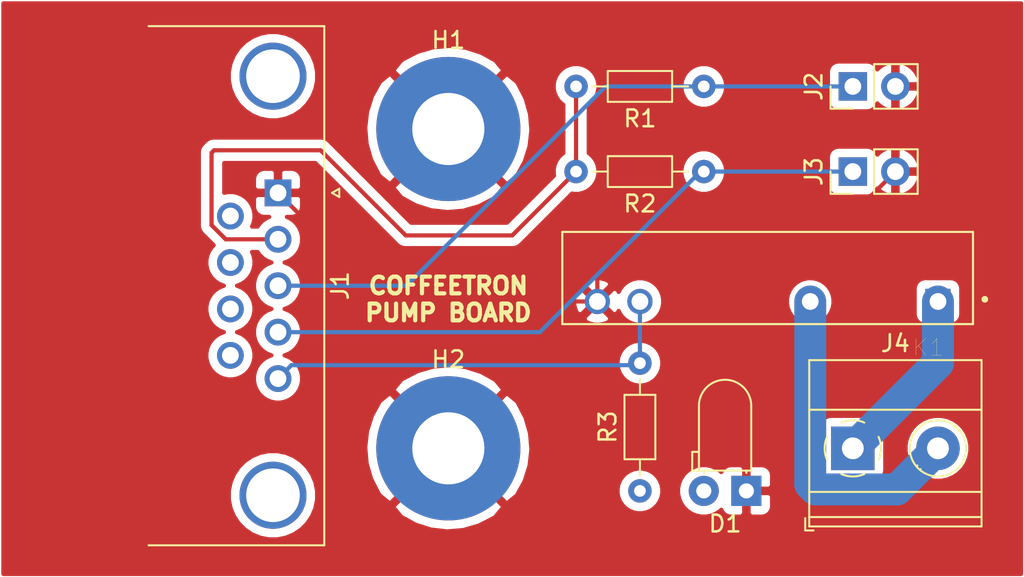
<source format=kicad_pcb>
(kicad_pcb (version 20171130) (host pcbnew "(5.1.9)-1")

  (general
    (thickness 1.6)
    (drawings 5)
    (tracks 46)
    (zones 0)
    (modules 11)
    (nets 13)
  )

  (page A4)
  (layers
    (0 F.Cu signal)
    (31 B.Cu signal hide)
    (32 B.Adhes user)
    (33 F.Adhes user)
    (34 B.Paste user)
    (35 F.Paste user)
    (36 B.SilkS user)
    (37 F.SilkS user)
    (38 B.Mask user)
    (39 F.Mask user)
    (40 Dwgs.User user)
    (41 Cmts.User user)
    (42 Eco1.User user)
    (43 Eco2.User user)
    (44 Edge.Cuts user)
    (45 Margin user)
    (46 B.CrtYd user)
    (47 F.CrtYd user)
    (48 B.Fab user)
    (49 F.Fab user)
  )

  (setup
    (last_trace_width 0.25)
    (user_trace_width 1.905)
    (trace_clearance 0.2)
    (zone_clearance 0.508)
    (zone_45_only no)
    (trace_min 0.2)
    (via_size 0.8)
    (via_drill 0.4)
    (via_min_size 0.4)
    (via_min_drill 0.3)
    (uvia_size 0.3)
    (uvia_drill 0.1)
    (uvias_allowed no)
    (uvia_min_size 0.2)
    (uvia_min_drill 0.1)
    (edge_width 0.05)
    (segment_width 0.2)
    (pcb_text_width 0.3)
    (pcb_text_size 1.5 1.5)
    (mod_edge_width 0.12)
    (mod_text_size 1 1)
    (mod_text_width 0.15)
    (pad_size 1.524 1.524)
    (pad_drill 0.762)
    (pad_to_mask_clearance 0)
    (aux_axis_origin 0 0)
    (visible_elements 7FFFFFFF)
    (pcbplotparams
      (layerselection 0x010fc_ffffffff)
      (usegerberextensions false)
      (usegerberattributes true)
      (usegerberadvancedattributes true)
      (creategerberjobfile true)
      (excludeedgelayer true)
      (linewidth 0.100000)
      (plotframeref false)
      (viasonmask false)
      (mode 1)
      (useauxorigin false)
      (hpglpennumber 1)
      (hpglpenspeed 20)
      (hpglpendiameter 15.000000)
      (psnegative false)
      (psa4output false)
      (plotreference true)
      (plotvalue true)
      (plotinvisibletext false)
      (padsonsilk false)
      (subtractmaskfromsilk false)
      (outputformat 1)
      (mirror false)
      (drillshape 1)
      (scaleselection 1)
      (outputdirectory ""))
  )

  (net 0 "")
  (net 1 "Net-(J1-Pad4)")
  (net 2 "Net-(J1-Pad3)")
  (net 3 "Net-(J1-Pad2)")
  (net 4 "Net-(J4-Pad2)")
  (net 5 "Net-(J4-Pad1)")
  (net 6 "Net-(D1-Pad2)")
  (net 7 "Net-(J1-Pad5)")
  (net 8 "Net-(J1-Pad9)")
  (net 9 "Net-(J1-Pad8)")
  (net 10 "Net-(J1-Pad7)")
  (net 11 "Net-(J1-Pad6)")
  (net 12 GND)

  (net_class Default "This is the default net class."
    (clearance 0.2)
    (trace_width 0.25)
    (via_dia 0.8)
    (via_drill 0.4)
    (uvia_dia 0.3)
    (uvia_drill 0.1)
    (add_net GND)
    (add_net "Net-(D1-Pad2)")
    (add_net "Net-(J1-Pad2)")
    (add_net "Net-(J1-Pad3)")
    (add_net "Net-(J1-Pad4)")
    (add_net "Net-(J1-Pad5)")
    (add_net "Net-(J1-Pad6)")
    (add_net "Net-(J1-Pad7)")
    (add_net "Net-(J1-Pad8)")
    (add_net "Net-(J1-Pad9)")
    (add_net "Net-(J4-Pad1)")
    (add_net "Net-(J4-Pad2)")
  )

  (module MountingHole:MountingHole_4.3mm_M4_Pad (layer F.Cu) (tedit 56D1B4CB) (tstamp 603CB171)
    (at 100.33 123.19)
    (descr "Mounting Hole 4.3mm, M4")
    (tags "mounting hole 4.3mm m4")
    (path /604388E9)
    (attr virtual)
    (fp_text reference H2 (at 0 -5.3) (layer F.SilkS)
      (effects (font (size 1 1) (thickness 0.15)))
    )
    (fp_text value MountingHole_Pad (at 0 5.3) (layer F.Fab)
      (effects (font (size 1 1) (thickness 0.15)))
    )
    (fp_text user %R (at 0.3 0) (layer F.Fab)
      (effects (font (size 1 1) (thickness 0.15)))
    )
    (fp_circle (center 0 0) (end 4.3 0) (layer Cmts.User) (width 0.15))
    (fp_circle (center 0 0) (end 4.55 0) (layer F.CrtYd) (width 0.05))
    (pad 1 thru_hole circle (at 0 0) (size 8.6 8.6) (drill 4.3) (layers *.Cu *.Mask)
      (net 12 GND))
  )

  (module MountingHole:MountingHole_4.3mm_M4_Pad (layer F.Cu) (tedit 56D1B4CB) (tstamp 603CB169)
    (at 100.33 104.14)
    (descr "Mounting Hole 4.3mm, M4")
    (tags "mounting hole 4.3mm m4")
    (path /604393E9)
    (attr virtual)
    (fp_text reference H1 (at 0 -5.3) (layer F.SilkS)
      (effects (font (size 1 1) (thickness 0.15)))
    )
    (fp_text value MountingHole_Pad (at 0 5.3) (layer F.Fab)
      (effects (font (size 1 1) (thickness 0.15)))
    )
    (fp_text user %R (at 0.3 0) (layer F.Fab)
      (effects (font (size 1 1) (thickness 0.15)))
    )
    (fp_circle (center 0 0) (end 4.3 0) (layer Cmts.User) (width 0.15))
    (fp_circle (center 0 0) (end 4.55 0) (layer F.CrtYd) (width 0.05))
    (pad 1 thru_hole circle (at 0 0) (size 8.6 8.6) (drill 4.3) (layers *.Cu *.Mask)
      (net 12 GND))
  )

  (module "SnapEDA Library:RELAY_G3MB202PDC12" (layer F.Cu) (tedit 603AFDD8) (tstamp 603BA1A5)
    (at 119.38 113.03 180)
    (path /603E237A)
    (fp_text reference K1 (at -9.588675 -4.140905) (layer F.SilkS)
      (effects (font (size 1.001425 1.001425) (thickness 0.015)))
    )
    (fp_text value G3MC202PDC24 (at -1.32408 4.12759) (layer F.Fab)
      (effects (font (size 1.003055 1.003055) (thickness 0.015)))
    )
    (fp_circle (center -11.43 -1.27) (end -11.33 -1.27) (layer F.Fab) (width 0.2))
    (fp_line (start 12.25 2.75) (end 12.25 -2.75) (layer F.Fab) (width 0.127))
    (fp_line (start -12.25 2.75) (end 12.25 2.75) (layer F.Fab) (width 0.127))
    (fp_line (start -12.25 -2.75) (end -12.25 2.75) (layer F.Fab) (width 0.127))
    (fp_line (start 12.25 -2.75) (end -12.25 -2.75) (layer F.Fab) (width 0.127))
    (fp_circle (center -12.954 -1.27) (end -12.854 -1.27) (layer F.SilkS) (width 0.2))
    (fp_line (start 12.5 -3) (end 12.5 3) (layer F.CrtYd) (width 0.05))
    (fp_line (start -12.5 -3) (end 12.5 -3) (layer F.CrtYd) (width 0.05))
    (fp_line (start -12.5 3) (end -12.5 -3) (layer F.CrtYd) (width 0.05))
    (fp_line (start 12.5 3) (end -12.5 3) (layer F.CrtYd) (width 0.05))
    (fp_line (start 12.25 2.75) (end 12.25 -2.75) (layer F.SilkS) (width 0.127))
    (fp_line (start -12.25 2.75) (end 12.25 2.75) (layer F.SilkS) (width 0.127))
    (fp_line (start -12.25 -2.75) (end -12.25 2.75) (layer F.SilkS) (width 0.127))
    (fp_line (start 12.25 -2.75) (end -12.25 -2.75) (layer F.SilkS) (width 0.127))
    (pad 1 thru_hole rect (at -10.16 -1.4 180) (size 1.508 1.508) (drill 1) (layers *.Cu *.Mask)
      (net 5 "Net-(J4-Pad1)"))
    (pad 2 thru_hole circle (at -2.54 -1.4 180) (size 1.508 1.508) (drill 1) (layers *.Cu *.Mask)
      (net 4 "Net-(J4-Pad2)"))
    (pad 3 thru_hole circle (at 7.62 -1.4 180) (size 1.508 1.508) (drill 1) (layers *.Cu *.Mask)
      (net 7 "Net-(J1-Pad5)"))
    (pad 4 thru_hole circle (at 10.16 -1.4 180) (size 1.508 1.508) (drill 1) (layers *.Cu *.Mask)
      (net 12 GND))
  )

  (module Connector_PinHeader_2.54mm:PinHeader_1x02_P2.54mm_Vertical (layer F.Cu) (tedit 59FED5CC) (tstamp 603BA15C)
    (at 124.46 106.68 90)
    (descr "Through hole straight pin header, 1x02, 2.54mm pitch, single row")
    (tags "Through hole pin header THT 1x02 2.54mm single row")
    (path /603DF456)
    (fp_text reference J3 (at 0 -2.33 90) (layer F.SilkS)
      (effects (font (size 1 1) (thickness 0.15)))
    )
    (fp_text value Pump (at 0 4.87 90) (layer F.Fab)
      (effects (font (size 1 1) (thickness 0.15)))
    )
    (fp_text user %R (at 0 1.27) (layer F.Fab)
      (effects (font (size 1 1) (thickness 0.15)))
    )
    (fp_line (start -0.635 -1.27) (end 1.27 -1.27) (layer F.Fab) (width 0.1))
    (fp_line (start 1.27 -1.27) (end 1.27 3.81) (layer F.Fab) (width 0.1))
    (fp_line (start 1.27 3.81) (end -1.27 3.81) (layer F.Fab) (width 0.1))
    (fp_line (start -1.27 3.81) (end -1.27 -0.635) (layer F.Fab) (width 0.1))
    (fp_line (start -1.27 -0.635) (end -0.635 -1.27) (layer F.Fab) (width 0.1))
    (fp_line (start -1.33 3.87) (end 1.33 3.87) (layer F.SilkS) (width 0.12))
    (fp_line (start -1.33 1.27) (end -1.33 3.87) (layer F.SilkS) (width 0.12))
    (fp_line (start 1.33 1.27) (end 1.33 3.87) (layer F.SilkS) (width 0.12))
    (fp_line (start -1.33 1.27) (end 1.33 1.27) (layer F.SilkS) (width 0.12))
    (fp_line (start -1.33 0) (end -1.33 -1.33) (layer F.SilkS) (width 0.12))
    (fp_line (start -1.33 -1.33) (end 0 -1.33) (layer F.SilkS) (width 0.12))
    (fp_line (start -1.8 -1.8) (end -1.8 4.35) (layer F.CrtYd) (width 0.05))
    (fp_line (start -1.8 4.35) (end 1.8 4.35) (layer F.CrtYd) (width 0.05))
    (fp_line (start 1.8 4.35) (end 1.8 -1.8) (layer F.CrtYd) (width 0.05))
    (fp_line (start 1.8 -1.8) (end -1.8 -1.8) (layer F.CrtYd) (width 0.05))
    (pad 2 thru_hole oval (at 0 2.54 90) (size 1.7 1.7) (drill 1) (layers *.Cu *.Mask)
      (net 12 GND))
    (pad 1 thru_hole rect (at 0 0 90) (size 1.7 1.7) (drill 1) (layers *.Cu *.Mask)
      (net 1 "Net-(J1-Pad4)"))
    (model ${KISYS3DMOD}/Connector_PinHeader_2.54mm.3dshapes/PinHeader_1x02_P2.54mm_Vertical.wrl
      (at (xyz 0 0 0))
      (scale (xyz 1 1 1))
      (rotate (xyz 0 0 0))
    )
  )

  (module Connector_PinHeader_2.54mm:PinHeader_1x02_P2.54mm_Vertical (layer F.Cu) (tedit 59FED5CC) (tstamp 603BA146)
    (at 124.46 101.6 90)
    (descr "Through hole straight pin header, 1x02, 2.54mm pitch, single row")
    (tags "Through hole pin header THT 1x02 2.54mm single row")
    (path /603DD8F9)
    (fp_text reference J2 (at 0 -2.33 90) (layer F.SilkS)
      (effects (font (size 1 1) (thickness 0.15)))
    )
    (fp_text value Grouphead (at 0 4.87 90) (layer F.Fab)
      (effects (font (size 1 1) (thickness 0.15)))
    )
    (fp_text user %R (at 0 1.27) (layer F.Fab)
      (effects (font (size 1 1) (thickness 0.15)))
    )
    (fp_line (start -0.635 -1.27) (end 1.27 -1.27) (layer F.Fab) (width 0.1))
    (fp_line (start 1.27 -1.27) (end 1.27 3.81) (layer F.Fab) (width 0.1))
    (fp_line (start 1.27 3.81) (end -1.27 3.81) (layer F.Fab) (width 0.1))
    (fp_line (start -1.27 3.81) (end -1.27 -0.635) (layer F.Fab) (width 0.1))
    (fp_line (start -1.27 -0.635) (end -0.635 -1.27) (layer F.Fab) (width 0.1))
    (fp_line (start -1.33 3.87) (end 1.33 3.87) (layer F.SilkS) (width 0.12))
    (fp_line (start -1.33 1.27) (end -1.33 3.87) (layer F.SilkS) (width 0.12))
    (fp_line (start 1.33 1.27) (end 1.33 3.87) (layer F.SilkS) (width 0.12))
    (fp_line (start -1.33 1.27) (end 1.33 1.27) (layer F.SilkS) (width 0.12))
    (fp_line (start -1.33 0) (end -1.33 -1.33) (layer F.SilkS) (width 0.12))
    (fp_line (start -1.33 -1.33) (end 0 -1.33) (layer F.SilkS) (width 0.12))
    (fp_line (start -1.8 -1.8) (end -1.8 4.35) (layer F.CrtYd) (width 0.05))
    (fp_line (start -1.8 4.35) (end 1.8 4.35) (layer F.CrtYd) (width 0.05))
    (fp_line (start 1.8 4.35) (end 1.8 -1.8) (layer F.CrtYd) (width 0.05))
    (fp_line (start 1.8 -1.8) (end -1.8 -1.8) (layer F.CrtYd) (width 0.05))
    (pad 2 thru_hole oval (at 0 2.54 90) (size 1.7 1.7) (drill 1) (layers *.Cu *.Mask)
      (net 12 GND))
    (pad 1 thru_hole rect (at 0 0 90) (size 1.7 1.7) (drill 1) (layers *.Cu *.Mask)
      (net 2 "Net-(J1-Pad3)"))
    (model ${KISYS3DMOD}/Connector_PinHeader_2.54mm.3dshapes/PinHeader_1x02_P2.54mm_Vertical.wrl
      (at (xyz 0 0 0))
      (scale (xyz 1 1 1))
      (rotate (xyz 0 0 0))
    )
  )

  (module Connector_Dsub:DSUB-9_Male_Horizontal_P2.77x2.84mm_EdgePinOffset4.94mm_Housed_MountingHolesOffset7.48mm (layer F.Cu) (tedit 59FEDEE2) (tstamp 603BA130)
    (at 90.17 107.95 270)
    (descr "9-pin D-Sub connector, horizontal/angled (90 deg), THT-mount, male, pitch 2.77x2.84mm, pin-PCB-offset 4.9399999999999995mm, distance of mounting holes 25mm, distance of mounting holes to PCB edge 7.4799999999999995mm, see https://disti-assets.s3.amazonaws.com/tonar/files/datasheets/16730.pdf")
    (tags "9-pin D-Sub connector horizontal angled 90deg THT male pitch 2.77x2.84mm pin-PCB-offset 4.9399999999999995mm mounting-holes-distance 25mm mounting-hole-offset 25mm")
    (path /6040A814)
    (fp_text reference J1 (at 5.54 -3.7 90) (layer F.SilkS)
      (effects (font (size 1 1) (thickness 0.15)))
    )
    (fp_text value DB9_Male (at 5.54 15.68 90) (layer F.Fab) hide
      (effects (font (size 1 1) (thickness 0.15)))
    )
    (fp_text user %R (at 5.54 11.18 90) (layer F.Fab)
      (effects (font (size 1 1) (thickness 0.15)))
    )
    (fp_arc (start 18.04 0.3) (end 16.44 0.3) (angle 180) (layer F.Fab) (width 0.1))
    (fp_arc (start -6.96 0.3) (end -8.56 0.3) (angle 180) (layer F.Fab) (width 0.1))
    (fp_line (start -9.885 -2.7) (end -9.885 7.78) (layer F.Fab) (width 0.1))
    (fp_line (start -9.885 7.78) (end 20.965 7.78) (layer F.Fab) (width 0.1))
    (fp_line (start 20.965 7.78) (end 20.965 -2.7) (layer F.Fab) (width 0.1))
    (fp_line (start 20.965 -2.7) (end -9.885 -2.7) (layer F.Fab) (width 0.1))
    (fp_line (start -9.885 7.78) (end -9.885 8.18) (layer F.Fab) (width 0.1))
    (fp_line (start -9.885 8.18) (end 20.965 8.18) (layer F.Fab) (width 0.1))
    (fp_line (start 20.965 8.18) (end 20.965 7.78) (layer F.Fab) (width 0.1))
    (fp_line (start 20.965 7.78) (end -9.885 7.78) (layer F.Fab) (width 0.1))
    (fp_line (start -2.61 8.18) (end -2.61 14.18) (layer F.Fab) (width 0.1))
    (fp_line (start -2.61 14.18) (end 13.69 14.18) (layer F.Fab) (width 0.1))
    (fp_line (start 13.69 14.18) (end 13.69 8.18) (layer F.Fab) (width 0.1))
    (fp_line (start 13.69 8.18) (end -2.61 8.18) (layer F.Fab) (width 0.1))
    (fp_line (start -9.46 8.18) (end -9.46 13.18) (layer F.Fab) (width 0.1))
    (fp_line (start -9.46 13.18) (end -4.46 13.18) (layer F.Fab) (width 0.1))
    (fp_line (start -4.46 13.18) (end -4.46 8.18) (layer F.Fab) (width 0.1))
    (fp_line (start -4.46 8.18) (end -9.46 8.18) (layer F.Fab) (width 0.1))
    (fp_line (start 15.54 8.18) (end 15.54 13.18) (layer F.Fab) (width 0.1))
    (fp_line (start 15.54 13.18) (end 20.54 13.18) (layer F.Fab) (width 0.1))
    (fp_line (start 20.54 13.18) (end 20.54 8.18) (layer F.Fab) (width 0.1))
    (fp_line (start 20.54 8.18) (end 15.54 8.18) (layer F.Fab) (width 0.1))
    (fp_line (start -8.56 7.78) (end -8.56 0.3) (layer F.Fab) (width 0.1))
    (fp_line (start -5.36 7.78) (end -5.36 0.3) (layer F.Fab) (width 0.1))
    (fp_line (start 16.44 7.78) (end 16.44 0.3) (layer F.Fab) (width 0.1))
    (fp_line (start 19.64 7.78) (end 19.64 0.3) (layer F.Fab) (width 0.1))
    (fp_line (start -9.945 7.72) (end -9.945 -2.76) (layer F.SilkS) (width 0.12))
    (fp_line (start -9.945 -2.76) (end 21.025 -2.76) (layer F.SilkS) (width 0.12))
    (fp_line (start 21.025 -2.76) (end 21.025 7.72) (layer F.SilkS) (width 0.12))
    (fp_line (start -0.25 -3.654338) (end 0.25 -3.654338) (layer F.SilkS) (width 0.12))
    (fp_line (start 0.25 -3.654338) (end 0 -3.221325) (layer F.SilkS) (width 0.12))
    (fp_line (start 0 -3.221325) (end -0.25 -3.654338) (layer F.SilkS) (width 0.12))
    (fp_line (start -10.4 -3.25) (end -10.4 14.7) (layer F.CrtYd) (width 0.05))
    (fp_line (start -10.4 14.7) (end 21.5 14.7) (layer F.CrtYd) (width 0.05))
    (fp_line (start 21.5 14.7) (end 21.5 -3.25) (layer F.CrtYd) (width 0.05))
    (fp_line (start 21.5 -3.25) (end -10.4 -3.25) (layer F.CrtYd) (width 0.05))
    (pad 0 thru_hole circle (at 18.04 0.3 270) (size 4 4) (drill 3.2) (layers *.Cu *.Mask))
    (pad 0 thru_hole circle (at -6.96 0.3 270) (size 4 4) (drill 3.2) (layers *.Cu *.Mask))
    (pad 9 thru_hole circle (at 9.695 2.84 270) (size 1.6 1.6) (drill 1) (layers *.Cu *.Mask)
      (net 8 "Net-(J1-Pad9)"))
    (pad 8 thru_hole circle (at 6.925 2.84 270) (size 1.6 1.6) (drill 1) (layers *.Cu *.Mask)
      (net 9 "Net-(J1-Pad8)"))
    (pad 7 thru_hole circle (at 4.155 2.84 270) (size 1.6 1.6) (drill 1) (layers *.Cu *.Mask)
      (net 10 "Net-(J1-Pad7)"))
    (pad 6 thru_hole circle (at 1.385 2.84 270) (size 1.6 1.6) (drill 1) (layers *.Cu *.Mask)
      (net 11 "Net-(J1-Pad6)"))
    (pad 5 thru_hole circle (at 11.08 0 270) (size 1.6 1.6) (drill 1) (layers *.Cu *.Mask)
      (net 7 "Net-(J1-Pad5)"))
    (pad 4 thru_hole circle (at 8.31 0 270) (size 1.6 1.6) (drill 1) (layers *.Cu *.Mask)
      (net 1 "Net-(J1-Pad4)"))
    (pad 3 thru_hole circle (at 5.54 0 270) (size 1.6 1.6) (drill 1) (layers *.Cu *.Mask)
      (net 2 "Net-(J1-Pad3)"))
    (pad 2 thru_hole circle (at 2.77 0 270) (size 1.6 1.6) (drill 1) (layers *.Cu *.Mask)
      (net 3 "Net-(J1-Pad2)"))
    (pad 1 thru_hole rect (at 0 0 270) (size 1.6 1.6) (drill 1) (layers *.Cu *.Mask)
      (net 12 GND))
    (model ${KISYS3DMOD}/Connector_Dsub.3dshapes/DSUB-9_Male_Horizontal_P2.77x2.84mm_EdgePinOffset4.94mm_Housed_MountingHolesOffset7.48mm.wrl
      (at (xyz 0 0 0))
      (scale (xyz 1 1 1))
      (rotate (xyz 0 0 0))
    )
  )

  (module TerminalBlock_Phoenix:TerminalBlock_Phoenix_MKDS-1,5-2-5.08_1x02_P5.08mm_Horizontal (layer F.Cu) (tedit 5B294EBC) (tstamp 603BA18F)
    (at 124.46 123.19)
    (descr "Terminal Block Phoenix MKDS-1,5-2-5.08, 2 pins, pitch 5.08mm, size 10.2x9.8mm^2, drill diamater 1.3mm, pad diameter 2.6mm, see http://www.farnell.com/datasheets/100425.pdf, script-generated using https://github.com/pointhi/kicad-footprint-generator/scripts/TerminalBlock_Phoenix")
    (tags "THT Terminal Block Phoenix MKDS-1,5-2-5.08 pitch 5.08mm size 10.2x9.8mm^2 drill 1.3mm pad 2.6mm")
    (path /603E01E4)
    (fp_text reference J4 (at 2.54 -6.26) (layer F.SilkS)
      (effects (font (size 1 1) (thickness 0.15)))
    )
    (fp_text value PumpConnect (at 2.54 5.66) (layer F.Fab)
      (effects (font (size 1 1) (thickness 0.15)))
    )
    (fp_circle (center 0 0) (end 1.5 0) (layer F.Fab) (width 0.1))
    (fp_circle (center 5.08 0) (end 6.58 0) (layer F.Fab) (width 0.1))
    (fp_circle (center 5.08 0) (end 6.76 0) (layer F.SilkS) (width 0.12))
    (fp_line (start -2.54 -5.2) (end 7.62 -5.2) (layer F.Fab) (width 0.1))
    (fp_line (start 7.62 -5.2) (end 7.62 4.6) (layer F.Fab) (width 0.1))
    (fp_line (start 7.62 4.6) (end -2.04 4.6) (layer F.Fab) (width 0.1))
    (fp_line (start -2.04 4.6) (end -2.54 4.1) (layer F.Fab) (width 0.1))
    (fp_line (start -2.54 4.1) (end -2.54 -5.2) (layer F.Fab) (width 0.1))
    (fp_line (start -2.54 4.1) (end 7.62 4.1) (layer F.Fab) (width 0.1))
    (fp_line (start -2.6 4.1) (end 7.68 4.1) (layer F.SilkS) (width 0.12))
    (fp_line (start -2.54 2.6) (end 7.62 2.6) (layer F.Fab) (width 0.1))
    (fp_line (start -2.6 2.6) (end 7.68 2.6) (layer F.SilkS) (width 0.12))
    (fp_line (start -2.54 -2.3) (end 7.62 -2.3) (layer F.Fab) (width 0.1))
    (fp_line (start -2.6 -2.301) (end 7.68 -2.301) (layer F.SilkS) (width 0.12))
    (fp_line (start -2.6 -5.261) (end 7.68 -5.261) (layer F.SilkS) (width 0.12))
    (fp_line (start -2.6 4.66) (end 7.68 4.66) (layer F.SilkS) (width 0.12))
    (fp_line (start -2.6 -5.261) (end -2.6 4.66) (layer F.SilkS) (width 0.12))
    (fp_line (start 7.68 -5.261) (end 7.68 4.66) (layer F.SilkS) (width 0.12))
    (fp_line (start 1.138 -0.955) (end -0.955 1.138) (layer F.Fab) (width 0.1))
    (fp_line (start 0.955 -1.138) (end -1.138 0.955) (layer F.Fab) (width 0.1))
    (fp_line (start 6.218 -0.955) (end 4.126 1.138) (layer F.Fab) (width 0.1))
    (fp_line (start 6.035 -1.138) (end 3.943 0.955) (layer F.Fab) (width 0.1))
    (fp_line (start 6.355 -1.069) (end 6.308 -1.023) (layer F.SilkS) (width 0.12))
    (fp_line (start 4.046 1.239) (end 4.011 1.274) (layer F.SilkS) (width 0.12))
    (fp_line (start 6.15 -1.275) (end 6.115 -1.239) (layer F.SilkS) (width 0.12))
    (fp_line (start 3.853 1.023) (end 3.806 1.069) (layer F.SilkS) (width 0.12))
    (fp_line (start -2.84 4.16) (end -2.84 4.9) (layer F.SilkS) (width 0.12))
    (fp_line (start -2.84 4.9) (end -2.34 4.9) (layer F.SilkS) (width 0.12))
    (fp_line (start -3.04 -5.71) (end -3.04 5.1) (layer F.CrtYd) (width 0.05))
    (fp_line (start -3.04 5.1) (end 8.13 5.1) (layer F.CrtYd) (width 0.05))
    (fp_line (start 8.13 5.1) (end 8.13 -5.71) (layer F.CrtYd) (width 0.05))
    (fp_line (start 8.13 -5.71) (end -3.04 -5.71) (layer F.CrtYd) (width 0.05))
    (fp_text user %R (at 2.54 3.2) (layer F.Fab)
      (effects (font (size 1 1) (thickness 0.15)))
    )
    (fp_arc (start 0 0) (end -0.684 1.535) (angle -25) (layer F.SilkS) (width 0.12))
    (fp_arc (start 0 0) (end -1.535 -0.684) (angle -48) (layer F.SilkS) (width 0.12))
    (fp_arc (start 0 0) (end 0.684 -1.535) (angle -48) (layer F.SilkS) (width 0.12))
    (fp_arc (start 0 0) (end 1.535 0.684) (angle -48) (layer F.SilkS) (width 0.12))
    (fp_arc (start 0 0) (end 0 1.68) (angle -24) (layer F.SilkS) (width 0.12))
    (pad 2 thru_hole circle (at 5.08 0) (size 2.6 2.6) (drill 1.3) (layers *.Cu *.Mask)
      (net 4 "Net-(J4-Pad2)"))
    (pad 1 thru_hole rect (at 0 0) (size 2.6 2.6) (drill 1.3) (layers *.Cu *.Mask)
      (net 5 "Net-(J4-Pad1)"))
    (model ${KISYS3DMOD}/TerminalBlock_Phoenix.3dshapes/TerminalBlock_Phoenix_MKDS-1,5-2-5.08_1x02_P5.08mm_Horizontal.wrl
      (at (xyz 0 0 0))
      (scale (xyz 1 1 1))
      (rotate (xyz 0 0 0))
    )
  )

  (module Resistor_THT:R_Axial_DIN0204_L3.6mm_D1.6mm_P7.62mm_Horizontal (layer F.Cu) (tedit 5AE5139B) (tstamp 603C28D6)
    (at 111.76 125.73 90)
    (descr "Resistor, Axial_DIN0204 series, Axial, Horizontal, pin pitch=7.62mm, 0.167W, length*diameter=3.6*1.6mm^2, http://cdn-reichelt.de/documents/datenblatt/B400/1_4W%23YAG.pdf")
    (tags "Resistor Axial_DIN0204 series Axial Horizontal pin pitch 7.62mm 0.167W length 3.6mm diameter 1.6mm")
    (path /603C2CFA)
    (fp_text reference R3 (at 3.81 -1.92 90) (layer F.SilkS)
      (effects (font (size 1 1) (thickness 0.15)))
    )
    (fp_text value 220 (at 3.81 1.92 90) (layer F.Fab)
      (effects (font (size 1 1) (thickness 0.15)))
    )
    (fp_line (start 8.57 -1.05) (end -0.95 -1.05) (layer F.CrtYd) (width 0.05))
    (fp_line (start 8.57 1.05) (end 8.57 -1.05) (layer F.CrtYd) (width 0.05))
    (fp_line (start -0.95 1.05) (end 8.57 1.05) (layer F.CrtYd) (width 0.05))
    (fp_line (start -0.95 -1.05) (end -0.95 1.05) (layer F.CrtYd) (width 0.05))
    (fp_line (start 6.68 0) (end 5.73 0) (layer F.SilkS) (width 0.12))
    (fp_line (start 0.94 0) (end 1.89 0) (layer F.SilkS) (width 0.12))
    (fp_line (start 5.73 -0.92) (end 1.89 -0.92) (layer F.SilkS) (width 0.12))
    (fp_line (start 5.73 0.92) (end 5.73 -0.92) (layer F.SilkS) (width 0.12))
    (fp_line (start 1.89 0.92) (end 5.73 0.92) (layer F.SilkS) (width 0.12))
    (fp_line (start 1.89 -0.92) (end 1.89 0.92) (layer F.SilkS) (width 0.12))
    (fp_line (start 7.62 0) (end 5.61 0) (layer F.Fab) (width 0.1))
    (fp_line (start 0 0) (end 2.01 0) (layer F.Fab) (width 0.1))
    (fp_line (start 5.61 -0.8) (end 2.01 -0.8) (layer F.Fab) (width 0.1))
    (fp_line (start 5.61 0.8) (end 5.61 -0.8) (layer F.Fab) (width 0.1))
    (fp_line (start 2.01 0.8) (end 5.61 0.8) (layer F.Fab) (width 0.1))
    (fp_line (start 2.01 -0.8) (end 2.01 0.8) (layer F.Fab) (width 0.1))
    (fp_text user %R (at 3.81 0 90) (layer F.Fab)
      (effects (font (size 0.72 0.72) (thickness 0.108)))
    )
    (pad 2 thru_hole oval (at 7.62 0 90) (size 1.4 1.4) (drill 0.7) (layers *.Cu *.Mask)
      (net 7 "Net-(J1-Pad5)"))
    (pad 1 thru_hole circle (at 0 0 90) (size 1.4 1.4) (drill 0.7) (layers *.Cu *.Mask)
      (net 6 "Net-(D1-Pad2)"))
    (model ${KISYS3DMOD}/Resistor_THT.3dshapes/R_Axial_DIN0204_L3.6mm_D1.6mm_P7.62mm_Horizontal.wrl
      (at (xyz 0 0 0))
      (scale (xyz 1 1 1))
      (rotate (xyz 0 0 0))
    )
  )

  (module LED_THT:LED_D3.0mm_Horizontal_O1.27mm_Z2.0mm (layer F.Cu) (tedit 5880A862) (tstamp 603C2755)
    (at 118.11 125.73 180)
    (descr "LED, diameter 3.0mm z-position of LED center 2.0mm, 2 pins")
    (tags "LED diameter 3.0mm z-position of LED center 2.0mm 2 pins")
    (path /603C21CF)
    (fp_text reference D1 (at 1.27 -1.96) (layer F.SilkS)
      (effects (font (size 1 1) (thickness 0.15)))
    )
    (fp_text value LED (at 1.27 7.63) (layer F.Fab)
      (effects (font (size 1 1) (thickness 0.15)))
    )
    (fp_line (start 3.75 -1.25) (end -1.25 -1.25) (layer F.CrtYd) (width 0.05))
    (fp_line (start 3.75 6.9) (end 3.75 -1.25) (layer F.CrtYd) (width 0.05))
    (fp_line (start -1.25 6.9) (end 3.75 6.9) (layer F.CrtYd) (width 0.05))
    (fp_line (start -1.25 -1.25) (end -1.25 6.9) (layer F.CrtYd) (width 0.05))
    (fp_line (start 2.54 1.08) (end 2.54 1.08) (layer F.SilkS) (width 0.12))
    (fp_line (start 2.54 1.21) (end 2.54 1.08) (layer F.SilkS) (width 0.12))
    (fp_line (start 2.54 1.21) (end 2.54 1.21) (layer F.SilkS) (width 0.12))
    (fp_line (start 2.54 1.08) (end 2.54 1.21) (layer F.SilkS) (width 0.12))
    (fp_line (start 0 1.08) (end 0 1.08) (layer F.SilkS) (width 0.12))
    (fp_line (start 0 1.21) (end 0 1.08) (layer F.SilkS) (width 0.12))
    (fp_line (start 0 1.21) (end 0 1.21) (layer F.SilkS) (width 0.12))
    (fp_line (start 0 1.08) (end 0 1.21) (layer F.SilkS) (width 0.12))
    (fp_line (start 2.83 1.21) (end 3.23 1.21) (layer F.SilkS) (width 0.12))
    (fp_line (start 2.83 2.33) (end 2.83 1.21) (layer F.SilkS) (width 0.12))
    (fp_line (start 3.23 2.33) (end 2.83 2.33) (layer F.SilkS) (width 0.12))
    (fp_line (start 3.23 1.21) (end 3.23 2.33) (layer F.SilkS) (width 0.12))
    (fp_line (start -0.29 1.21) (end 2.83 1.21) (layer F.SilkS) (width 0.12))
    (fp_line (start 2.83 1.21) (end 2.83 5.07) (layer F.SilkS) (width 0.12))
    (fp_line (start -0.29 1.21) (end -0.29 5.07) (layer F.SilkS) (width 0.12))
    (fp_line (start 2.54 0) (end 2.54 0) (layer F.Fab) (width 0.1))
    (fp_line (start 2.54 1.27) (end 2.54 0) (layer F.Fab) (width 0.1))
    (fp_line (start 2.54 1.27) (end 2.54 1.27) (layer F.Fab) (width 0.1))
    (fp_line (start 2.54 0) (end 2.54 1.27) (layer F.Fab) (width 0.1))
    (fp_line (start 0 0) (end 0 0) (layer F.Fab) (width 0.1))
    (fp_line (start 0 1.27) (end 0 0) (layer F.Fab) (width 0.1))
    (fp_line (start 0 1.27) (end 0 1.27) (layer F.Fab) (width 0.1))
    (fp_line (start 0 0) (end 0 1.27) (layer F.Fab) (width 0.1))
    (fp_line (start 2.77 1.27) (end 3.17 1.27) (layer F.Fab) (width 0.1))
    (fp_line (start 2.77 2.27) (end 2.77 1.27) (layer F.Fab) (width 0.1))
    (fp_line (start 3.17 2.27) (end 2.77 2.27) (layer F.Fab) (width 0.1))
    (fp_line (start 3.17 1.27) (end 3.17 2.27) (layer F.Fab) (width 0.1))
    (fp_line (start -0.23 1.27) (end 2.77 1.27) (layer F.Fab) (width 0.1))
    (fp_line (start 2.77 1.27) (end 2.77 5.07) (layer F.Fab) (width 0.1))
    (fp_line (start -0.23 1.27) (end -0.23 5.07) (layer F.Fab) (width 0.1))
    (fp_arc (start 1.27 5.07) (end -0.29 5.07) (angle -180) (layer F.SilkS) (width 0.12))
    (fp_arc (start 1.27 5.07) (end -0.23 5.07) (angle -180) (layer F.Fab) (width 0.1))
    (pad 2 thru_hole circle (at 2.54 0 180) (size 1.8 1.8) (drill 0.9) (layers *.Cu *.Mask)
      (net 6 "Net-(D1-Pad2)"))
    (pad 1 thru_hole rect (at 0 0 180) (size 1.8 1.8) (drill 0.9) (layers *.Cu *.Mask)
      (net 12 GND))
    (model ${KISYS3DMOD}/LED_THT.3dshapes/LED_D3.0mm_Horizontal_O1.27mm_Z2.0mm.wrl
      (at (xyz 0 0 0))
      (scale (xyz 1 1 1))
      (rotate (xyz 0 0 0))
    )
  )

  (module Resistor_THT:R_Axial_DIN0204_L3.6mm_D1.6mm_P7.62mm_Horizontal (layer F.Cu) (tedit 5AE5139B) (tstamp 603BA1D3)
    (at 115.57 106.68 180)
    (descr "Resistor, Axial_DIN0204 series, Axial, Horizontal, pin pitch=7.62mm, 0.167W, length*diameter=3.6*1.6mm^2, http://cdn-reichelt.de/documents/datenblatt/B400/1_4W%23YAG.pdf")
    (tags "Resistor Axial_DIN0204 series Axial Horizontal pin pitch 7.62mm 0.167W length 3.6mm diameter 1.6mm")
    (path /603DA608)
    (fp_text reference R2 (at 3.81 -1.92) (layer F.SilkS)
      (effects (font (size 1 1) (thickness 0.15)))
    )
    (fp_text value 10000 (at 3.81 1.92) (layer F.Fab)
      (effects (font (size 1 1) (thickness 0.15)))
    )
    (fp_line (start 8.57 -1.05) (end -0.95 -1.05) (layer F.CrtYd) (width 0.05))
    (fp_line (start 8.57 1.05) (end 8.57 -1.05) (layer F.CrtYd) (width 0.05))
    (fp_line (start -0.95 1.05) (end 8.57 1.05) (layer F.CrtYd) (width 0.05))
    (fp_line (start -0.95 -1.05) (end -0.95 1.05) (layer F.CrtYd) (width 0.05))
    (fp_line (start 6.68 0) (end 5.73 0) (layer F.SilkS) (width 0.12))
    (fp_line (start 0.94 0) (end 1.89 0) (layer F.SilkS) (width 0.12))
    (fp_line (start 5.73 -0.92) (end 1.89 -0.92) (layer F.SilkS) (width 0.12))
    (fp_line (start 5.73 0.92) (end 5.73 -0.92) (layer F.SilkS) (width 0.12))
    (fp_line (start 1.89 0.92) (end 5.73 0.92) (layer F.SilkS) (width 0.12))
    (fp_line (start 1.89 -0.92) (end 1.89 0.92) (layer F.SilkS) (width 0.12))
    (fp_line (start 7.62 0) (end 5.61 0) (layer F.Fab) (width 0.1))
    (fp_line (start 0 0) (end 2.01 0) (layer F.Fab) (width 0.1))
    (fp_line (start 5.61 -0.8) (end 2.01 -0.8) (layer F.Fab) (width 0.1))
    (fp_line (start 5.61 0.8) (end 5.61 -0.8) (layer F.Fab) (width 0.1))
    (fp_line (start 2.01 0.8) (end 5.61 0.8) (layer F.Fab) (width 0.1))
    (fp_line (start 2.01 -0.8) (end 2.01 0.8) (layer F.Fab) (width 0.1))
    (fp_text user %R (at 3.81 0) (layer F.Fab)
      (effects (font (size 0.72 0.72) (thickness 0.108)))
    )
    (pad 2 thru_hole oval (at 7.62 0 180) (size 1.4 1.4) (drill 0.7) (layers *.Cu *.Mask)
      (net 3 "Net-(J1-Pad2)"))
    (pad 1 thru_hole circle (at 0 0 180) (size 1.4 1.4) (drill 0.7) (layers *.Cu *.Mask)
      (net 1 "Net-(J1-Pad4)"))
    (model ${KISYS3DMOD}/Resistor_THT.3dshapes/R_Axial_DIN0204_L3.6mm_D1.6mm_P7.62mm_Horizontal.wrl
      (at (xyz 0 0 0))
      (scale (xyz 1 1 1))
      (rotate (xyz 0 0 0))
    )
  )

  (module Resistor_THT:R_Axial_DIN0204_L3.6mm_D1.6mm_P7.62mm_Horizontal (layer F.Cu) (tedit 5AE5139B) (tstamp 603BA1BC)
    (at 115.57 101.6 180)
    (descr "Resistor, Axial_DIN0204 series, Axial, Horizontal, pin pitch=7.62mm, 0.167W, length*diameter=3.6*1.6mm^2, http://cdn-reichelt.de/documents/datenblatt/B400/1_4W%23YAG.pdf")
    (tags "Resistor Axial_DIN0204 series Axial Horizontal pin pitch 7.62mm 0.167W length 3.6mm diameter 1.6mm")
    (path /603D9A99)
    (fp_text reference R1 (at 3.81 -1.92) (layer F.SilkS)
      (effects (font (size 1 1) (thickness 0.15)))
    )
    (fp_text value 10000 (at 3.81 1.92) (layer F.Fab)
      (effects (font (size 1 1) (thickness 0.15)))
    )
    (fp_line (start 8.57 -1.05) (end -0.95 -1.05) (layer F.CrtYd) (width 0.05))
    (fp_line (start 8.57 1.05) (end 8.57 -1.05) (layer F.CrtYd) (width 0.05))
    (fp_line (start -0.95 1.05) (end 8.57 1.05) (layer F.CrtYd) (width 0.05))
    (fp_line (start -0.95 -1.05) (end -0.95 1.05) (layer F.CrtYd) (width 0.05))
    (fp_line (start 6.68 0) (end 5.73 0) (layer F.SilkS) (width 0.12))
    (fp_line (start 0.94 0) (end 1.89 0) (layer F.SilkS) (width 0.12))
    (fp_line (start 5.73 -0.92) (end 1.89 -0.92) (layer F.SilkS) (width 0.12))
    (fp_line (start 5.73 0.92) (end 5.73 -0.92) (layer F.SilkS) (width 0.12))
    (fp_line (start 1.89 0.92) (end 5.73 0.92) (layer F.SilkS) (width 0.12))
    (fp_line (start 1.89 -0.92) (end 1.89 0.92) (layer F.SilkS) (width 0.12))
    (fp_line (start 7.62 0) (end 5.61 0) (layer F.Fab) (width 0.1))
    (fp_line (start 0 0) (end 2.01 0) (layer F.Fab) (width 0.1))
    (fp_line (start 5.61 -0.8) (end 2.01 -0.8) (layer F.Fab) (width 0.1))
    (fp_line (start 5.61 0.8) (end 5.61 -0.8) (layer F.Fab) (width 0.1))
    (fp_line (start 2.01 0.8) (end 5.61 0.8) (layer F.Fab) (width 0.1))
    (fp_line (start 2.01 -0.8) (end 2.01 0.8) (layer F.Fab) (width 0.1))
    (fp_text user %R (at 3.81 0) (layer F.Fab)
      (effects (font (size 0.72 0.72) (thickness 0.108)))
    )
    (pad 2 thru_hole oval (at 7.62 0 180) (size 1.4 1.4) (drill 0.7) (layers *.Cu *.Mask)
      (net 3 "Net-(J1-Pad2)"))
    (pad 1 thru_hole circle (at 0 0 180) (size 1.4 1.4) (drill 0.7) (layers *.Cu *.Mask)
      (net 2 "Net-(J1-Pad3)"))
    (model ${KISYS3DMOD}/Resistor_THT.3dshapes/R_Axial_DIN0204_L3.6mm_D1.6mm_P7.62mm_Horizontal.wrl
      (at (xyz 0 0 0))
      (scale (xyz 1 1 1))
      (rotate (xyz 0 0 0))
    )
  )

  (gr_line (start 134.62 96.52) (end 73.66 96.52) (layer Dwgs.User) (width 0.15) (tstamp 603C2CBD))
  (gr_line (start 134.62 130.81) (end 134.62 96.52) (layer Dwgs.User) (width 0.15))
  (gr_line (start 73.66 130.81) (end 134.62 130.81) (layer Dwgs.User) (width 0.15))
  (gr_line (start 73.66 96.52) (end 73.66 130.81) (layer Dwgs.User) (width 0.15))
  (gr_text "COFFEETRON\nPUMP BOARD" (at 100.33 114.3) (layer F.SilkS)
    (effects (font (size 1 1) (thickness 0.25)))
  )

  (segment (start 115.373078 106.68) (end 115.57 106.68) (width 0.25) (layer B.Cu) (net 1))
  (segment (start 105.793078 116.26) (end 115.373078 106.68) (width 0.25) (layer B.Cu) (net 1))
  (segment (start 90.17 116.26) (end 105.793078 116.26) (width 0.25) (layer B.Cu) (net 1))
  (segment (start 115.57 106.68) (end 124.46 106.68) (width 0.25) (layer B.Cu) (net 1))
  (segment (start 109.715002 101.6) (end 115.57 101.6) (width 0.25) (layer B.Cu) (net 2))
  (segment (start 97.825002 113.49) (end 109.715002 101.6) (width 0.25) (layer B.Cu) (net 2))
  (segment (start 90.17 113.49) (end 97.825002 113.49) (width 0.25) (layer B.Cu) (net 2))
  (segment (start 115.57 101.6) (end 124.46 101.6) (width 0.25) (layer B.Cu) (net 2))
  (segment (start 107.95 106.68) (end 107.95 101.6) (width 0.25) (layer F.Cu) (net 3))
  (segment (start 86.204999 109.875001) (end 86.204999 105.565001) (width 0.25) (layer F.Cu) (net 3))
  (segment (start 87.049998 110.72) (end 86.204999 109.875001) (width 0.25) (layer F.Cu) (net 3))
  (segment (start 90.17 110.72) (end 87.049998 110.72) (width 0.25) (layer F.Cu) (net 3))
  (segment (start 86.204999 105.565001) (end 86.36 105.41) (width 0.25) (layer F.Cu) (net 3))
  (segment (start 86.36 105.41) (end 92.71 105.41) (width 0.25) (layer F.Cu) (net 3))
  (segment (start 92.71 105.41) (end 97.79 110.49) (width 0.25) (layer F.Cu) (net 3))
  (segment (start 104.14 110.49) (end 107.95 106.68) (width 0.25) (layer F.Cu) (net 3))
  (segment (start 97.79 110.49) (end 104.14 110.49) (width 0.25) (layer F.Cu) (net 3))
  (segment (start 109.09 114.3) (end 109.22 114.43) (width 0.25) (layer F.Cu) (net 12))
  (segment (start 127.087499 125.642501) (end 129.54 123.19) (width 1.905) (layer B.Cu) (net 4))
  (segment (start 122.237999 125.642501) (end 127.087499 125.642501) (width 1.905) (layer B.Cu) (net 4))
  (segment (start 121.92 125.324502) (end 122.237999 125.642501) (width 1.905) (layer B.Cu) (net 4))
  (segment (start 121.92 114.43) (end 121.92 125.324502) (width 1.905) (layer B.Cu) (net 4))
  (segment (start 129.54 118.11) (end 124.46 123.19) (width 1.905) (layer B.Cu) (net 5))
  (segment (start 129.54 114.43) (end 129.54 118.11) (width 1.905) (layer B.Cu) (net 5))
  (segment (start 111.76 114.43) (end 111.76 114.3) (width 0.25) (layer B.Cu) (net 7))
  (segment (start 111.639999 118.230001) (end 111.76 118.11) (width 0.25) (layer B.Cu) (net 7))
  (segment (start 90.969999 118.230001) (end 111.639999 118.230001) (width 0.25) (layer B.Cu) (net 7))
  (segment (start 90.17 119.03) (end 90.969999 118.230001) (width 0.25) (layer B.Cu) (net 7))
  (segment (start 111.76 118.11) (end 111.76 114.43) (width 0.25) (layer B.Cu) (net 7))
  (segment (start 96.65 114.43) (end 109.22 114.43) (width 0.25) (layer F.Cu) (net 12))
  (segment (start 90.17 107.95) (end 96.65 114.43) (width 0.25) (layer F.Cu) (net 12))
  (segment (start 118.170999 115.509001) (end 127 106.68) (width 0.25) (layer F.Cu) (net 12))
  (segment (start 127 106.68) (end 127 101.6) (width 0.25) (layer F.Cu) (net 12))
  (segment (start 118.170999 125.669001) (end 118.11 125.73) (width 0.25) (layer F.Cu) (net 12))
  (segment (start 109.09 114.43) (end 109.22 114.43) (width 0.25) (layer F.Cu) (net 12))
  (segment (start 100.33 123.19) (end 109.09 114.43) (width 0.25) (layer F.Cu) (net 12))
  (segment (start 111.569001 116.779001) (end 118.170999 116.779001) (width 0.25) (layer F.Cu) (net 12))
  (segment (start 118.170999 116.779001) (end 118.170999 125.669001) (width 0.25) (layer F.Cu) (net 12))
  (segment (start 109.22 114.43) (end 111.569001 116.779001) (width 0.25) (layer F.Cu) (net 12))
  (segment (start 118.170999 115.509001) (end 118.170999 116.779001) (width 0.25) (layer F.Cu) (net 12))
  (segment (start 105.41 99.06) (end 100.33 104.14) (width 0.25) (layer F.Cu) (net 12))
  (segment (start 110.49 99.06) (end 105.41 99.06) (width 0.25) (layer F.Cu) (net 12))
  (segment (start 111.76 100.33) (end 110.49 99.06) (width 0.25) (layer F.Cu) (net 12))
  (segment (start 111.76 109.22) (end 111.76 100.33) (width 0.25) (layer F.Cu) (net 12))
  (segment (start 109.22 111.76) (end 111.76 109.22) (width 0.25) (layer F.Cu) (net 12))
  (segment (start 109.22 114.43) (end 109.22 111.76) (width 0.25) (layer F.Cu) (net 12))

  (zone (net 12) (net_name GND) (layer F.Cu) (tstamp 0) (hatch edge 0.508)
    (connect_pads (clearance 0.508))
    (min_thickness 0.254)
    (fill yes (arc_segments 32) (thermal_gap 0.508) (thermal_bridge_width 0.508))
    (polygon
      (pts
        (xy 134.62 130.81) (xy 73.66 130.81) (xy 73.66 96.52) (xy 134.62 96.52)
      )
    )
    (filled_polygon
      (pts
        (xy 134.493 130.683) (xy 73.787 130.683) (xy 73.787 125.730475) (xy 87.235 125.730475) (xy 87.235 126.249525)
        (xy 87.336261 126.758601) (xy 87.534893 127.238141) (xy 87.823262 127.669715) (xy 88.190285 128.036738) (xy 88.621859 128.325107)
        (xy 89.101399 128.523739) (xy 89.610475 128.625) (xy 90.129525 128.625) (xy 90.638601 128.523739) (xy 91.118141 128.325107)
        (xy 91.549715 128.036738) (xy 91.916738 127.669715) (xy 92.205107 127.238141) (xy 92.403739 126.758601) (xy 92.420802 126.672818)
        (xy 97.026787 126.672818) (xy 97.518946 127.275149) (xy 98.369933 127.745063) (xy 99.296243 128.039929) (xy 100.262281 128.148414)
        (xy 101.230921 128.066351) (xy 102.164938 127.796893) (xy 103.02844 127.350394) (xy 103.141054 127.275149) (xy 103.633213 126.672818)
        (xy 100.33 123.369605) (xy 97.026787 126.672818) (xy 92.420802 126.672818) (xy 92.505 126.249525) (xy 92.505 125.730475)
        (xy 92.403739 125.221399) (xy 92.205107 124.741859) (xy 91.916738 124.310285) (xy 91.549715 123.943262) (xy 91.118141 123.654893)
        (xy 90.638601 123.456261) (xy 90.129525 123.355) (xy 89.610475 123.355) (xy 89.101399 123.456261) (xy 88.621859 123.654893)
        (xy 88.190285 123.943262) (xy 87.823262 124.310285) (xy 87.534893 124.741859) (xy 87.336261 125.221399) (xy 87.235 125.730475)
        (xy 73.787 125.730475) (xy 73.787 123.122281) (xy 95.371586 123.122281) (xy 95.453649 124.090921) (xy 95.723107 125.024938)
        (xy 96.169606 125.88844) (xy 96.244851 126.001054) (xy 96.847182 126.493213) (xy 100.150395 123.19) (xy 100.509605 123.19)
        (xy 103.812818 126.493213) (xy 104.415149 126.001054) (xy 104.637431 125.598514) (xy 110.425 125.598514) (xy 110.425 125.861486)
        (xy 110.476304 126.119405) (xy 110.576939 126.362359) (xy 110.723038 126.581013) (xy 110.908987 126.766962) (xy 111.127641 126.913061)
        (xy 111.370595 127.013696) (xy 111.628514 127.065) (xy 111.891486 127.065) (xy 112.149405 127.013696) (xy 112.392359 126.913061)
        (xy 112.611013 126.766962) (xy 112.796962 126.581013) (xy 112.943061 126.362359) (xy 113.043696 126.119405) (xy 113.095 125.861486)
        (xy 113.095 125.598514) (xy 113.091082 125.578816) (xy 114.035 125.578816) (xy 114.035 125.881184) (xy 114.093989 126.177743)
        (xy 114.209701 126.457095) (xy 114.377688 126.708505) (xy 114.591495 126.922312) (xy 114.842905 127.090299) (xy 115.122257 127.206011)
        (xy 115.418816 127.265) (xy 115.721184 127.265) (xy 116.017743 127.206011) (xy 116.297095 127.090299) (xy 116.548505 126.922312)
        (xy 116.614944 126.855873) (xy 116.620498 126.87418) (xy 116.679463 126.984494) (xy 116.758815 127.081185) (xy 116.855506 127.160537)
        (xy 116.96582 127.219502) (xy 117.085518 127.255812) (xy 117.21 127.268072) (xy 117.82425 127.265) (xy 117.983 127.10625)
        (xy 117.983 125.857) (xy 118.237 125.857) (xy 118.237 127.10625) (xy 118.39575 127.265) (xy 119.01 127.268072)
        (xy 119.134482 127.255812) (xy 119.25418 127.219502) (xy 119.364494 127.160537) (xy 119.461185 127.081185) (xy 119.540537 126.984494)
        (xy 119.599502 126.87418) (xy 119.635812 126.754482) (xy 119.648072 126.63) (xy 119.645 126.01575) (xy 119.48625 125.857)
        (xy 118.237 125.857) (xy 117.983 125.857) (xy 117.963 125.857) (xy 117.963 125.603) (xy 117.983 125.603)
        (xy 117.983 124.35375) (xy 118.237 124.35375) (xy 118.237 125.603) (xy 119.48625 125.603) (xy 119.645 125.44425)
        (xy 119.648072 124.83) (xy 119.635812 124.705518) (xy 119.599502 124.58582) (xy 119.540537 124.475506) (xy 119.461185 124.378815)
        (xy 119.364494 124.299463) (xy 119.25418 124.240498) (xy 119.134482 124.204188) (xy 119.01 124.191928) (xy 118.39575 124.195)
        (xy 118.237 124.35375) (xy 117.983 124.35375) (xy 117.82425 124.195) (xy 117.21 124.191928) (xy 117.085518 124.204188)
        (xy 116.96582 124.240498) (xy 116.855506 124.299463) (xy 116.758815 124.378815) (xy 116.679463 124.475506) (xy 116.620498 124.58582)
        (xy 116.614944 124.604127) (xy 116.548505 124.537688) (xy 116.297095 124.369701) (xy 116.017743 124.253989) (xy 115.721184 124.195)
        (xy 115.418816 124.195) (xy 115.122257 124.253989) (xy 114.842905 124.369701) (xy 114.591495 124.537688) (xy 114.377688 124.751495)
        (xy 114.209701 125.002905) (xy 114.093989 125.282257) (xy 114.035 125.578816) (xy 113.091082 125.578816) (xy 113.043696 125.340595)
        (xy 112.943061 125.097641) (xy 112.796962 124.878987) (xy 112.611013 124.693038) (xy 112.392359 124.546939) (xy 112.149405 124.446304)
        (xy 111.891486 124.395) (xy 111.628514 124.395) (xy 111.370595 124.446304) (xy 111.127641 124.546939) (xy 110.908987 124.693038)
        (xy 110.723038 124.878987) (xy 110.576939 125.097641) (xy 110.476304 125.340595) (xy 110.425 125.598514) (xy 104.637431 125.598514)
        (xy 104.885063 125.150067) (xy 105.179929 124.223757) (xy 105.288414 123.257719) (xy 105.206351 122.289079) (xy 105.09122 121.89)
        (xy 122.521928 121.89) (xy 122.521928 124.49) (xy 122.534188 124.614482) (xy 122.570498 124.73418) (xy 122.629463 124.844494)
        (xy 122.708815 124.941185) (xy 122.805506 125.020537) (xy 122.91582 125.079502) (xy 123.035518 125.115812) (xy 123.16 125.128072)
        (xy 125.76 125.128072) (xy 125.884482 125.115812) (xy 126.00418 125.079502) (xy 126.114494 125.020537) (xy 126.211185 124.941185)
        (xy 126.290537 124.844494) (xy 126.349502 124.73418) (xy 126.385812 124.614482) (xy 126.398072 124.49) (xy 126.398072 122.999419)
        (xy 127.605 122.999419) (xy 127.605 123.380581) (xy 127.679361 123.754419) (xy 127.825225 124.106566) (xy 128.036987 124.423491)
        (xy 128.306509 124.693013) (xy 128.623434 124.904775) (xy 128.975581 125.050639) (xy 129.349419 125.125) (xy 129.730581 125.125)
        (xy 130.104419 125.050639) (xy 130.456566 124.904775) (xy 130.773491 124.693013) (xy 131.043013 124.423491) (xy 131.254775 124.106566)
        (xy 131.400639 123.754419) (xy 131.475 123.380581) (xy 131.475 122.999419) (xy 131.400639 122.625581) (xy 131.254775 122.273434)
        (xy 131.043013 121.956509) (xy 130.773491 121.686987) (xy 130.456566 121.475225) (xy 130.104419 121.329361) (xy 129.730581 121.255)
        (xy 129.349419 121.255) (xy 128.975581 121.329361) (xy 128.623434 121.475225) (xy 128.306509 121.686987) (xy 128.036987 121.956509)
        (xy 127.825225 122.273434) (xy 127.679361 122.625581) (xy 127.605 122.999419) (xy 126.398072 122.999419) (xy 126.398072 121.89)
        (xy 126.385812 121.765518) (xy 126.349502 121.64582) (xy 126.290537 121.535506) (xy 126.211185 121.438815) (xy 126.114494 121.359463)
        (xy 126.00418 121.300498) (xy 125.884482 121.264188) (xy 125.76 121.251928) (xy 123.16 121.251928) (xy 123.035518 121.264188)
        (xy 122.91582 121.300498) (xy 122.805506 121.359463) (xy 122.708815 121.438815) (xy 122.629463 121.535506) (xy 122.570498 121.64582)
        (xy 122.534188 121.765518) (xy 122.521928 121.89) (xy 105.09122 121.89) (xy 104.936893 121.355062) (xy 104.490394 120.49156)
        (xy 104.415149 120.378946) (xy 103.812818 119.886787) (xy 100.509605 123.19) (xy 100.150395 123.19) (xy 96.847182 119.886787)
        (xy 96.244851 120.378946) (xy 95.774937 121.229933) (xy 95.480071 122.156243) (xy 95.371586 123.122281) (xy 73.787 123.122281)
        (xy 73.787 105.565001) (xy 85.441323 105.565001) (xy 85.445 105.602333) (xy 85.444999 109.837678) (xy 85.441323 109.875001)
        (xy 85.444999 109.912323) (xy 85.444999 109.912333) (xy 85.455996 110.023986) (xy 85.499453 110.167247) (xy 85.570025 110.299277)
        (xy 85.571789 110.301426) (xy 85.664998 110.415002) (xy 85.694001 110.438804) (xy 86.3304 111.075204) (xy 86.215363 111.190241)
        (xy 86.05832 111.425273) (xy 85.950147 111.686426) (xy 85.895 111.963665) (xy 85.895 112.246335) (xy 85.950147 112.523574)
        (xy 86.05832 112.784727) (xy 86.215363 113.019759) (xy 86.415241 113.219637) (xy 86.650273 113.37668) (xy 86.911426 113.484853)
        (xy 86.937301 113.49) (xy 86.911426 113.495147) (xy 86.650273 113.60332) (xy 86.415241 113.760363) (xy 86.215363 113.960241)
        (xy 86.05832 114.195273) (xy 85.950147 114.456426) (xy 85.895 114.733665) (xy 85.895 115.016335) (xy 85.950147 115.293574)
        (xy 86.05832 115.554727) (xy 86.215363 115.789759) (xy 86.415241 115.989637) (xy 86.650273 116.14668) (xy 86.911426 116.254853)
        (xy 86.937301 116.26) (xy 86.911426 116.265147) (xy 86.650273 116.37332) (xy 86.415241 116.530363) (xy 86.215363 116.730241)
        (xy 86.05832 116.965273) (xy 85.950147 117.226426) (xy 85.895 117.503665) (xy 85.895 117.786335) (xy 85.950147 118.063574)
        (xy 86.05832 118.324727) (xy 86.215363 118.559759) (xy 86.415241 118.759637) (xy 86.650273 118.91668) (xy 86.911426 119.024853)
        (xy 87.188665 119.08) (xy 87.471335 119.08) (xy 87.748574 119.024853) (xy 88.009727 118.91668) (xy 88.244759 118.759637)
        (xy 88.444637 118.559759) (xy 88.60168 118.324727) (xy 88.709853 118.063574) (xy 88.765 117.786335) (xy 88.765 117.503665)
        (xy 88.709853 117.226426) (xy 88.60168 116.965273) (xy 88.444637 116.730241) (xy 88.244759 116.530363) (xy 88.009727 116.37332)
        (xy 87.748574 116.265147) (xy 87.722699 116.26) (xy 87.748574 116.254853) (xy 88.009727 116.14668) (xy 88.244759 115.989637)
        (xy 88.444637 115.789759) (xy 88.60168 115.554727) (xy 88.709853 115.293574) (xy 88.765 115.016335) (xy 88.765 114.733665)
        (xy 88.709853 114.456426) (xy 88.60168 114.195273) (xy 88.444637 113.960241) (xy 88.244759 113.760363) (xy 88.009727 113.60332)
        (xy 87.748574 113.495147) (xy 87.722699 113.49) (xy 87.748574 113.484853) (xy 88.009727 113.37668) (xy 88.244759 113.219637)
        (xy 88.444637 113.019759) (xy 88.60168 112.784727) (xy 88.709853 112.523574) (xy 88.765 112.246335) (xy 88.765 111.963665)
        (xy 88.709853 111.686426) (xy 88.624349 111.48) (xy 88.951957 111.48) (xy 89.055363 111.634759) (xy 89.255241 111.834637)
        (xy 89.490273 111.99168) (xy 89.751426 112.099853) (xy 89.777301 112.105) (xy 89.751426 112.110147) (xy 89.490273 112.21832)
        (xy 89.255241 112.375363) (xy 89.055363 112.575241) (xy 88.89832 112.810273) (xy 88.790147 113.071426) (xy 88.735 113.348665)
        (xy 88.735 113.631335) (xy 88.790147 113.908574) (xy 88.89832 114.169727) (xy 89.055363 114.404759) (xy 89.255241 114.604637)
        (xy 89.490273 114.76168) (xy 89.751426 114.869853) (xy 89.777301 114.875) (xy 89.751426 114.880147) (xy 89.490273 114.98832)
        (xy 89.255241 115.145363) (xy 89.055363 115.345241) (xy 88.89832 115.580273) (xy 88.790147 115.841426) (xy 88.735 116.118665)
        (xy 88.735 116.401335) (xy 88.790147 116.678574) (xy 88.89832 116.939727) (xy 89.055363 117.174759) (xy 89.255241 117.374637)
        (xy 89.490273 117.53168) (xy 89.751426 117.639853) (xy 89.777301 117.645) (xy 89.751426 117.650147) (xy 89.490273 117.75832)
        (xy 89.255241 117.915363) (xy 89.055363 118.115241) (xy 88.89832 118.350273) (xy 88.790147 118.611426) (xy 88.735 118.888665)
        (xy 88.735 119.171335) (xy 88.790147 119.448574) (xy 88.89832 119.709727) (xy 89.055363 119.944759) (xy 89.255241 120.144637)
        (xy 89.490273 120.30168) (xy 89.751426 120.409853) (xy 90.028665 120.465) (xy 90.311335 120.465) (xy 90.588574 120.409853)
        (xy 90.849727 120.30168) (xy 91.084759 120.144637) (xy 91.284637 119.944759) (xy 91.44168 119.709727) (xy 91.442734 119.707182)
        (xy 97.026787 119.707182) (xy 100.33 123.010395) (xy 103.633213 119.707182) (xy 103.141054 119.104851) (xy 102.290067 118.634937)
        (xy 101.363757 118.340071) (xy 100.397719 118.231586) (xy 99.429079 118.313649) (xy 98.495062 118.583107) (xy 97.63156 119.029606)
        (xy 97.518946 119.104851) (xy 97.026787 119.707182) (xy 91.442734 119.707182) (xy 91.549853 119.448574) (xy 91.605 119.171335)
        (xy 91.605 118.888665) (xy 91.549853 118.611426) (xy 91.44168 118.350273) (xy 91.284637 118.115241) (xy 91.14791 117.978514)
        (xy 110.425 117.978514) (xy 110.425 118.241486) (xy 110.476304 118.499405) (xy 110.576939 118.742359) (xy 110.723038 118.961013)
        (xy 110.908987 119.146962) (xy 111.127641 119.293061) (xy 111.370595 119.393696) (xy 111.628514 119.445) (xy 111.891486 119.445)
        (xy 112.149405 119.393696) (xy 112.392359 119.293061) (xy 112.611013 119.146962) (xy 112.796962 118.961013) (xy 112.943061 118.742359)
        (xy 113.043696 118.499405) (xy 113.095 118.241486) (xy 113.095 117.978514) (xy 113.043696 117.720595) (xy 112.943061 117.477641)
        (xy 112.796962 117.258987) (xy 112.611013 117.073038) (xy 112.392359 116.926939) (xy 112.149405 116.826304) (xy 111.891486 116.775)
        (xy 111.628514 116.775) (xy 111.370595 116.826304) (xy 111.127641 116.926939) (xy 110.908987 117.073038) (xy 110.723038 117.258987)
        (xy 110.576939 117.477641) (xy 110.476304 117.720595) (xy 110.425 117.978514) (xy 91.14791 117.978514) (xy 91.084759 117.915363)
        (xy 90.849727 117.75832) (xy 90.588574 117.650147) (xy 90.562699 117.645) (xy 90.588574 117.639853) (xy 90.849727 117.53168)
        (xy 91.084759 117.374637) (xy 91.284637 117.174759) (xy 91.44168 116.939727) (xy 91.549853 116.678574) (xy 91.605 116.401335)
        (xy 91.605 116.118665) (xy 91.549853 115.841426) (xy 91.44168 115.580273) (xy 91.314445 115.389851) (xy 108.439754 115.389851)
        (xy 108.505765 115.629127) (xy 108.753426 115.745426) (xy 109.019018 115.811174) (xy 109.292334 115.823845) (xy 109.56287 115.782951)
        (xy 109.820229 115.690063) (xy 109.934235 115.629127) (xy 110.000246 115.389851) (xy 109.22 114.609605) (xy 108.439754 115.389851)
        (xy 91.314445 115.389851) (xy 91.284637 115.345241) (xy 91.084759 115.145363) (xy 90.849727 114.98832) (xy 90.588574 114.880147)
        (xy 90.562699 114.875) (xy 90.588574 114.869853) (xy 90.849727 114.76168) (xy 91.084759 114.604637) (xy 91.187062 114.502334)
        (xy 107.826155 114.502334) (xy 107.867049 114.77287) (xy 107.959937 115.030229) (xy 108.020873 115.144235) (xy 108.260149 115.210246)
        (xy 109.040395 114.43) (xy 109.399605 114.43) (xy 110.179851 115.210246) (xy 110.419127 115.144235) (xy 110.48994 114.993437)
        (xy 110.529084 115.087938) (xy 110.681093 115.315436) (xy 110.874564 115.508907) (xy 111.102062 115.660916) (xy 111.354844 115.765622)
        (xy 111.623195 115.819) (xy 111.896805 115.819) (xy 112.165156 115.765622) (xy 112.417938 115.660916) (xy 112.645436 115.508907)
        (xy 112.838907 115.315436) (xy 112.990916 115.087938) (xy 113.095622 114.835156) (xy 113.149 114.566805) (xy 113.149 114.293195)
        (xy 120.531 114.293195) (xy 120.531 114.566805) (xy 120.584378 114.835156) (xy 120.689084 115.087938) (xy 120.841093 115.315436)
        (xy 121.034564 115.508907) (xy 121.262062 115.660916) (xy 121.514844 115.765622) (xy 121.783195 115.819) (xy 122.056805 115.819)
        (xy 122.325156 115.765622) (xy 122.577938 115.660916) (xy 122.805436 115.508907) (xy 122.998907 115.315436) (xy 123.150916 115.087938)
        (xy 123.255622 114.835156) (xy 123.309 114.566805) (xy 123.309 114.293195) (xy 123.255622 114.024844) (xy 123.150916 113.772062)
        (xy 123.08673 113.676) (xy 128.147928 113.676) (xy 128.147928 115.184) (xy 128.160188 115.308482) (xy 128.196498 115.42818)
        (xy 128.255463 115.538494) (xy 128.334815 115.635185) (xy 128.431506 115.714537) (xy 128.54182 115.773502) (xy 128.661518 115.809812)
        (xy 128.786 115.822072) (xy 130.294 115.822072) (xy 130.418482 115.809812) (xy 130.53818 115.773502) (xy 130.648494 115.714537)
        (xy 130.745185 115.635185) (xy 130.824537 115.538494) (xy 130.883502 115.42818) (xy 130.919812 115.308482) (xy 130.932072 115.184)
        (xy 130.932072 113.676) (xy 130.919812 113.551518) (xy 130.883502 113.43182) (xy 130.824537 113.321506) (xy 130.745185 113.224815)
        (xy 130.648494 113.145463) (xy 130.53818 113.086498) (xy 130.418482 113.050188) (xy 130.294 113.037928) (xy 128.786 113.037928)
        (xy 128.661518 113.050188) (xy 128.54182 113.086498) (xy 128.431506 113.145463) (xy 128.334815 113.224815) (xy 128.255463 113.321506)
        (xy 128.196498 113.43182) (xy 128.160188 113.551518) (xy 128.147928 113.676) (xy 123.08673 113.676) (xy 122.998907 113.544564)
        (xy 122.805436 113.351093) (xy 122.577938 113.199084) (xy 122.325156 113.094378) (xy 122.056805 113.041) (xy 121.783195 113.041)
        (xy 121.514844 113.094378) (xy 121.262062 113.199084) (xy 121.034564 113.351093) (xy 120.841093 113.544564) (xy 120.689084 113.772062)
        (xy 120.584378 114.024844) (xy 120.531 114.293195) (xy 113.149 114.293195) (xy 113.095622 114.024844) (xy 112.990916 113.772062)
        (xy 112.838907 113.544564) (xy 112.645436 113.351093) (xy 112.417938 113.199084) (xy 112.165156 113.094378) (xy 111.896805 113.041)
        (xy 111.623195 113.041) (xy 111.354844 113.094378) (xy 111.102062 113.199084) (xy 110.874564 113.351093) (xy 110.681093 113.544564)
        (xy 110.529084 113.772062) (xy 110.491758 113.862174) (xy 110.480063 113.829771) (xy 110.419127 113.715765) (xy 110.179851 113.649754)
        (xy 109.399605 114.43) (xy 109.040395 114.43) (xy 108.260149 113.649754) (xy 108.020873 113.715765) (xy 107.904574 113.963426)
        (xy 107.838826 114.229018) (xy 107.826155 114.502334) (xy 91.187062 114.502334) (xy 91.284637 114.404759) (xy 91.44168 114.169727)
        (xy 91.549853 113.908574) (xy 91.605 113.631335) (xy 91.605 113.470149) (xy 108.439754 113.470149) (xy 109.22 114.250395)
        (xy 110.000246 113.470149) (xy 109.934235 113.230873) (xy 109.686574 113.114574) (xy 109.420982 113.048826) (xy 109.147666 113.036155)
        (xy 108.87713 113.077049) (xy 108.619771 113.169937) (xy 108.505765 113.230873) (xy 108.439754 113.470149) (xy 91.605 113.470149)
        (xy 91.605 113.348665) (xy 91.549853 113.071426) (xy 91.44168 112.810273) (xy 91.284637 112.575241) (xy 91.084759 112.375363)
        (xy 90.849727 112.21832) (xy 90.588574 112.110147) (xy 90.562699 112.105) (xy 90.588574 112.099853) (xy 90.849727 111.99168)
        (xy 91.084759 111.834637) (xy 91.284637 111.634759) (xy 91.44168 111.399727) (xy 91.549853 111.138574) (xy 91.605 110.861335)
        (xy 91.605 110.578665) (xy 91.549853 110.301426) (xy 91.44168 110.040273) (xy 91.284637 109.805241) (xy 91.084759 109.605363)
        (xy 90.849727 109.44832) (xy 90.700387 109.386461) (xy 90.97 109.388072) (xy 91.094482 109.375812) (xy 91.21418 109.339502)
        (xy 91.324494 109.280537) (xy 91.421185 109.201185) (xy 91.500537 109.104494) (xy 91.559502 108.99418) (xy 91.595812 108.874482)
        (xy 91.608072 108.75) (xy 91.605 108.23575) (xy 91.44625 108.077) (xy 90.297 108.077) (xy 90.297 108.097)
        (xy 90.043 108.097) (xy 90.043 108.077) (xy 88.89375 108.077) (xy 88.735 108.23575) (xy 88.731928 108.75)
        (xy 88.744188 108.874482) (xy 88.780498 108.99418) (xy 88.839463 109.104494) (xy 88.918815 109.201185) (xy 89.015506 109.280537)
        (xy 89.12582 109.339502) (xy 89.245518 109.375812) (xy 89.37 109.388072) (xy 89.639613 109.386461) (xy 89.490273 109.44832)
        (xy 89.255241 109.605363) (xy 89.055363 109.805241) (xy 88.951957 109.96) (xy 88.624349 109.96) (xy 88.709853 109.753574)
        (xy 88.765 109.476335) (xy 88.765 109.193665) (xy 88.709853 108.916426) (xy 88.60168 108.655273) (xy 88.444637 108.420241)
        (xy 88.244759 108.220363) (xy 88.009727 108.06332) (xy 87.748574 107.955147) (xy 87.471335 107.9) (xy 87.188665 107.9)
        (xy 86.964999 107.944491) (xy 86.964999 107.15) (xy 88.731928 107.15) (xy 88.735 107.66425) (xy 88.89375 107.823)
        (xy 90.043 107.823) (xy 90.043 106.67375) (xy 90.297 106.67375) (xy 90.297 107.823) (xy 91.44625 107.823)
        (xy 91.605 107.66425) (xy 91.608072 107.15) (xy 91.595812 107.025518) (xy 91.559502 106.90582) (xy 91.500537 106.795506)
        (xy 91.421185 106.698815) (xy 91.324494 106.619463) (xy 91.21418 106.560498) (xy 91.094482 106.524188) (xy 90.97 106.511928)
        (xy 90.45575 106.515) (xy 90.297 106.67375) (xy 90.043 106.67375) (xy 89.88425 106.515) (xy 89.37 106.511928)
        (xy 89.245518 106.524188) (xy 89.12582 106.560498) (xy 89.015506 106.619463) (xy 88.918815 106.698815) (xy 88.839463 106.795506)
        (xy 88.780498 106.90582) (xy 88.744188 107.025518) (xy 88.731928 107.15) (xy 86.964999 107.15) (xy 86.964999 106.17)
        (xy 92.395199 106.17) (xy 97.226201 111.001003) (xy 97.249999 111.030001) (xy 97.278997 111.053799) (xy 97.365723 111.124974)
        (xy 97.487828 111.190241) (xy 97.497753 111.195546) (xy 97.641014 111.239003) (xy 97.752667 111.25) (xy 97.752677 111.25)
        (xy 97.79 111.253676) (xy 97.827323 111.25) (xy 104.102678 111.25) (xy 104.14 111.253676) (xy 104.177322 111.25)
        (xy 104.177333 111.25) (xy 104.288986 111.239003) (xy 104.432247 111.195546) (xy 104.564276 111.124974) (xy 104.680001 111.030001)
        (xy 104.703804 111.000997) (xy 107.711157 107.993645) (xy 107.818514 108.015) (xy 108.081486 108.015) (xy 108.339405 107.963696)
        (xy 108.582359 107.863061) (xy 108.801013 107.716962) (xy 108.986962 107.531013) (xy 109.133061 107.312359) (xy 109.233696 107.069405)
        (xy 109.285 106.811486) (xy 109.285 106.548514) (xy 114.235 106.548514) (xy 114.235 106.811486) (xy 114.286304 107.069405)
        (xy 114.386939 107.312359) (xy 114.533038 107.531013) (xy 114.718987 107.716962) (xy 114.937641 107.863061) (xy 115.180595 107.963696)
        (xy 115.438514 108.015) (xy 115.701486 108.015) (xy 115.959405 107.963696) (xy 116.202359 107.863061) (xy 116.421013 107.716962)
        (xy 116.606962 107.531013) (xy 116.753061 107.312359) (xy 116.853696 107.069405) (xy 116.905 106.811486) (xy 116.905 106.548514)
        (xy 116.853696 106.290595) (xy 116.753061 106.047641) (xy 116.607639 105.83) (xy 122.971928 105.83) (xy 122.971928 107.53)
        (xy 122.984188 107.654482) (xy 123.020498 107.77418) (xy 123.079463 107.884494) (xy 123.158815 107.981185) (xy 123.255506 108.060537)
        (xy 123.36582 108.119502) (xy 123.485518 108.155812) (xy 123.61 108.168072) (xy 125.31 108.168072) (xy 125.434482 108.155812)
        (xy 125.55418 108.119502) (xy 125.664494 108.060537) (xy 125.761185 107.981185) (xy 125.840537 107.884494) (xy 125.899502 107.77418)
        (xy 125.923966 107.693534) (xy 125.999731 107.777588) (xy 126.23308 107.951641) (xy 126.495901 108.076825) (xy 126.64311 108.121476)
        (xy 126.873 108.000155) (xy 126.873 106.807) (xy 127.127 106.807) (xy 127.127 108.000155) (xy 127.35689 108.121476)
        (xy 127.504099 108.076825) (xy 127.76692 107.951641) (xy 128.000269 107.777588) (xy 128.195178 107.561355) (xy 128.344157 107.311252)
        (xy 128.441481 107.036891) (xy 128.320814 106.807) (xy 127.127 106.807) (xy 126.873 106.807) (xy 126.853 106.807)
        (xy 126.853 106.553) (xy 126.873 106.553) (xy 126.873 105.359845) (xy 127.127 105.359845) (xy 127.127 106.553)
        (xy 128.320814 106.553) (xy 128.441481 106.323109) (xy 128.344157 106.048748) (xy 128.195178 105.798645) (xy 128.000269 105.582412)
        (xy 127.76692 105.408359) (xy 127.504099 105.283175) (xy 127.35689 105.238524) (xy 127.127 105.359845) (xy 126.873 105.359845)
        (xy 126.64311 105.238524) (xy 126.495901 105.283175) (xy 126.23308 105.408359) (xy 125.999731 105.582412) (xy 125.923966 105.666466)
        (xy 125.899502 105.58582) (xy 125.840537 105.475506) (xy 125.761185 105.378815) (xy 125.664494 105.299463) (xy 125.55418 105.240498)
        (xy 125.434482 105.204188) (xy 125.31 105.191928) (xy 123.61 105.191928) (xy 123.485518 105.204188) (xy 123.36582 105.240498)
        (xy 123.255506 105.299463) (xy 123.158815 105.378815) (xy 123.079463 105.475506) (xy 123.020498 105.58582) (xy 122.984188 105.705518)
        (xy 122.971928 105.83) (xy 116.607639 105.83) (xy 116.606962 105.828987) (xy 116.421013 105.643038) (xy 116.202359 105.496939)
        (xy 115.959405 105.396304) (xy 115.701486 105.345) (xy 115.438514 105.345) (xy 115.180595 105.396304) (xy 114.937641 105.496939)
        (xy 114.718987 105.643038) (xy 114.533038 105.828987) (xy 114.386939 106.047641) (xy 114.286304 106.290595) (xy 114.235 106.548514)
        (xy 109.285 106.548514) (xy 109.233696 106.290595) (xy 109.133061 106.047641) (xy 108.986962 105.828987) (xy 108.801013 105.643038)
        (xy 108.71 105.582225) (xy 108.71 102.697775) (xy 108.801013 102.636962) (xy 108.986962 102.451013) (xy 109.133061 102.232359)
        (xy 109.233696 101.989405) (xy 109.285 101.731486) (xy 109.285 101.468514) (xy 114.235 101.468514) (xy 114.235 101.731486)
        (xy 114.286304 101.989405) (xy 114.386939 102.232359) (xy 114.533038 102.451013) (xy 114.718987 102.636962) (xy 114.937641 102.783061)
        (xy 115.180595 102.883696) (xy 115.438514 102.935) (xy 115.701486 102.935) (xy 115.959405 102.883696) (xy 116.202359 102.783061)
        (xy 116.421013 102.636962) (xy 116.606962 102.451013) (xy 116.753061 102.232359) (xy 116.853696 101.989405) (xy 116.905 101.731486)
        (xy 116.905 101.468514) (xy 116.853696 101.210595) (xy 116.753061 100.967641) (xy 116.607639 100.75) (xy 122.971928 100.75)
        (xy 122.971928 102.45) (xy 122.984188 102.574482) (xy 123.020498 102.69418) (xy 123.079463 102.804494) (xy 123.158815 102.901185)
        (xy 123.255506 102.980537) (xy 123.36582 103.039502) (xy 123.485518 103.075812) (xy 123.61 103.088072) (xy 125.31 103.088072)
        (xy 125.434482 103.075812) (xy 125.55418 103.039502) (xy 125.664494 102.980537) (xy 125.761185 102.901185) (xy 125.840537 102.804494)
        (xy 125.899502 102.69418) (xy 125.923966 102.613534) (xy 125.999731 102.697588) (xy 126.23308 102.871641) (xy 126.495901 102.996825)
        (xy 126.64311 103.041476) (xy 126.873 102.920155) (xy 126.873 101.727) (xy 127.127 101.727) (xy 127.127 102.920155)
        (xy 127.35689 103.041476) (xy 127.504099 102.996825) (xy 127.76692 102.871641) (xy 128.000269 102.697588) (xy 128.195178 102.481355)
        (xy 128.344157 102.231252) (xy 128.441481 101.956891) (xy 128.320814 101.727) (xy 127.127 101.727) (xy 126.873 101.727)
        (xy 126.853 101.727) (xy 126.853 101.473) (xy 126.873 101.473) (xy 126.873 100.279845) (xy 127.127 100.279845)
        (xy 127.127 101.473) (xy 128.320814 101.473) (xy 128.441481 101.243109) (xy 128.344157 100.968748) (xy 128.195178 100.718645)
        (xy 128.000269 100.502412) (xy 127.76692 100.328359) (xy 127.504099 100.203175) (xy 127.35689 100.158524) (xy 127.127 100.279845)
        (xy 126.873 100.279845) (xy 126.64311 100.158524) (xy 126.495901 100.203175) (xy 126.23308 100.328359) (xy 125.999731 100.502412)
        (xy 125.923966 100.586466) (xy 125.899502 100.50582) (xy 125.840537 100.395506) (xy 125.761185 100.298815) (xy 125.664494 100.219463)
        (xy 125.55418 100.160498) (xy 125.434482 100.124188) (xy 125.31 100.111928) (xy 123.61 100.111928) (xy 123.485518 100.124188)
        (xy 123.36582 100.160498) (xy 123.255506 100.219463) (xy 123.158815 100.298815) (xy 123.079463 100.395506) (xy 123.020498 100.50582)
        (xy 122.984188 100.625518) (xy 122.971928 100.75) (xy 116.607639 100.75) (xy 116.606962 100.748987) (xy 116.421013 100.563038)
        (xy 116.202359 100.416939) (xy 115.959405 100.316304) (xy 115.701486 100.265) (xy 115.438514 100.265) (xy 115.180595 100.316304)
        (xy 114.937641 100.416939) (xy 114.718987 100.563038) (xy 114.533038 100.748987) (xy 114.386939 100.967641) (xy 114.286304 101.210595)
        (xy 114.235 101.468514) (xy 109.285 101.468514) (xy 109.233696 101.210595) (xy 109.133061 100.967641) (xy 108.986962 100.748987)
        (xy 108.801013 100.563038) (xy 108.582359 100.416939) (xy 108.339405 100.316304) (xy 108.081486 100.265) (xy 107.818514 100.265)
        (xy 107.560595 100.316304) (xy 107.317641 100.416939) (xy 107.098987 100.563038) (xy 106.913038 100.748987) (xy 106.766939 100.967641)
        (xy 106.666304 101.210595) (xy 106.615 101.468514) (xy 106.615 101.731486) (xy 106.666304 101.989405) (xy 106.766939 102.232359)
        (xy 106.913038 102.451013) (xy 107.098987 102.636962) (xy 107.190001 102.697775) (xy 107.19 105.582225) (xy 107.098987 105.643038)
        (xy 106.913038 105.828987) (xy 106.766939 106.047641) (xy 106.666304 106.290595) (xy 106.615 106.548514) (xy 106.615 106.811486)
        (xy 106.636355 106.918843) (xy 103.825199 109.73) (xy 98.104802 109.73) (xy 95.99762 107.622818) (xy 97.026787 107.622818)
        (xy 97.518946 108.225149) (xy 98.369933 108.695063) (xy 99.296243 108.989929) (xy 100.262281 109.098414) (xy 101.230921 109.016351)
        (xy 102.164938 108.746893) (xy 103.02844 108.300394) (xy 103.141054 108.225149) (xy 103.633213 107.622818) (xy 100.33 104.319605)
        (xy 97.026787 107.622818) (xy 95.99762 107.622818) (xy 93.273804 104.899003) (xy 93.250001 104.869999) (xy 93.134276 104.775026)
        (xy 93.002247 104.704454) (xy 92.858986 104.660997) (xy 92.747333 104.65) (xy 92.747322 104.65) (xy 92.71 104.646324)
        (xy 92.672678 104.65) (xy 86.397333 104.65) (xy 86.36 104.646323) (xy 86.322667 104.65) (xy 86.211014 104.660997)
        (xy 86.067753 104.704454) (xy 85.935724 104.775026) (xy 85.819999 104.869999) (xy 85.796196 104.899003) (xy 85.693997 105.001202)
        (xy 85.664999 105.025) (xy 85.641201 105.053998) (xy 85.6412 105.053999) (xy 85.570025 105.140725) (xy 85.499453 105.272755)
        (xy 85.491352 105.299463) (xy 85.45832 105.408359) (xy 85.455997 105.416016) (xy 85.441323 105.565001) (xy 73.787 105.565001)
        (xy 73.787 104.072281) (xy 95.371586 104.072281) (xy 95.453649 105.040921) (xy 95.723107 105.974938) (xy 96.169606 106.83844)
        (xy 96.244851 106.951054) (xy 96.847182 107.443213) (xy 100.150395 104.14) (xy 100.509605 104.14) (xy 103.812818 107.443213)
        (xy 104.415149 106.951054) (xy 104.885063 106.100067) (xy 105.179929 105.173757) (xy 105.288414 104.207719) (xy 105.206351 103.239079)
        (xy 104.936893 102.305062) (xy 104.490394 101.44156) (xy 104.415149 101.328946) (xy 103.812818 100.836787) (xy 100.509605 104.14)
        (xy 100.150395 104.14) (xy 96.847182 100.836787) (xy 96.244851 101.328946) (xy 95.774937 102.179933) (xy 95.480071 103.106243)
        (xy 95.371586 104.072281) (xy 73.787 104.072281) (xy 73.787 100.730475) (xy 87.235 100.730475) (xy 87.235 101.249525)
        (xy 87.336261 101.758601) (xy 87.534893 102.238141) (xy 87.823262 102.669715) (xy 88.190285 103.036738) (xy 88.621859 103.325107)
        (xy 89.101399 103.523739) (xy 89.610475 103.625) (xy 90.129525 103.625) (xy 90.638601 103.523739) (xy 91.118141 103.325107)
        (xy 91.549715 103.036738) (xy 91.916738 102.669715) (xy 92.205107 102.238141) (xy 92.403739 101.758601) (xy 92.505 101.249525)
        (xy 92.505 100.730475) (xy 92.490422 100.657182) (xy 97.026787 100.657182) (xy 100.33 103.960395) (xy 103.633213 100.657182)
        (xy 103.141054 100.054851) (xy 102.290067 99.584937) (xy 101.363757 99.290071) (xy 100.397719 99.181586) (xy 99.429079 99.263649)
        (xy 98.495062 99.533107) (xy 97.63156 99.979606) (xy 97.518946 100.054851) (xy 97.026787 100.657182) (xy 92.490422 100.657182)
        (xy 92.403739 100.221399) (xy 92.205107 99.741859) (xy 91.916738 99.310285) (xy 91.549715 98.943262) (xy 91.118141 98.654893)
        (xy 90.638601 98.456261) (xy 90.129525 98.355) (xy 89.610475 98.355) (xy 89.101399 98.456261) (xy 88.621859 98.654893)
        (xy 88.190285 98.943262) (xy 87.823262 99.310285) (xy 87.534893 99.741859) (xy 87.336261 100.221399) (xy 87.235 100.730475)
        (xy 73.787 100.730475) (xy 73.787 96.647) (xy 134.493 96.647)
      )
    )
  )
)

</source>
